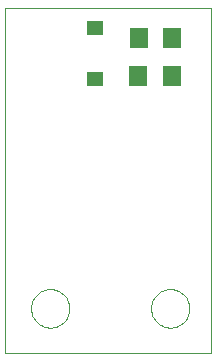
<source format=gbp>
G75*
G70*
%OFA0B0*%
%FSLAX24Y24*%
%IPPOS*%
%LPD*%
%AMOC8*
5,1,8,0,0,1.08239X$1,22.5*
%
%ADD10C,0.0000*%
%ADD11R,0.0630X0.0710*%
%ADD12R,0.0630X0.0709*%
%ADD13R,0.0579X0.0500*%
D10*
X000100Y001704D02*
X000100Y013200D01*
X006970Y013200D01*
X006970Y001704D01*
X000100Y001704D01*
X000960Y003204D02*
X000962Y003254D01*
X000968Y003304D01*
X000978Y003353D01*
X000991Y003402D01*
X001009Y003449D01*
X001030Y003495D01*
X001054Y003538D01*
X001082Y003580D01*
X001113Y003620D01*
X001147Y003657D01*
X001184Y003691D01*
X001224Y003722D01*
X001266Y003750D01*
X001309Y003774D01*
X001355Y003795D01*
X001402Y003813D01*
X001451Y003826D01*
X001500Y003836D01*
X001550Y003842D01*
X001600Y003844D01*
X001650Y003842D01*
X001700Y003836D01*
X001749Y003826D01*
X001798Y003813D01*
X001845Y003795D01*
X001891Y003774D01*
X001934Y003750D01*
X001976Y003722D01*
X002016Y003691D01*
X002053Y003657D01*
X002087Y003620D01*
X002118Y003580D01*
X002146Y003538D01*
X002170Y003495D01*
X002191Y003449D01*
X002209Y003402D01*
X002222Y003353D01*
X002232Y003304D01*
X002238Y003254D01*
X002240Y003204D01*
X002238Y003154D01*
X002232Y003104D01*
X002222Y003055D01*
X002209Y003006D01*
X002191Y002959D01*
X002170Y002913D01*
X002146Y002870D01*
X002118Y002828D01*
X002087Y002788D01*
X002053Y002751D01*
X002016Y002717D01*
X001976Y002686D01*
X001934Y002658D01*
X001891Y002634D01*
X001845Y002613D01*
X001798Y002595D01*
X001749Y002582D01*
X001700Y002572D01*
X001650Y002566D01*
X001600Y002564D01*
X001550Y002566D01*
X001500Y002572D01*
X001451Y002582D01*
X001402Y002595D01*
X001355Y002613D01*
X001309Y002634D01*
X001266Y002658D01*
X001224Y002686D01*
X001184Y002717D01*
X001147Y002751D01*
X001113Y002788D01*
X001082Y002828D01*
X001054Y002870D01*
X001030Y002913D01*
X001009Y002959D01*
X000991Y003006D01*
X000978Y003055D01*
X000968Y003104D01*
X000962Y003154D01*
X000960Y003204D01*
X004960Y003204D02*
X004962Y003254D01*
X004968Y003304D01*
X004978Y003353D01*
X004991Y003402D01*
X005009Y003449D01*
X005030Y003495D01*
X005054Y003538D01*
X005082Y003580D01*
X005113Y003620D01*
X005147Y003657D01*
X005184Y003691D01*
X005224Y003722D01*
X005266Y003750D01*
X005309Y003774D01*
X005355Y003795D01*
X005402Y003813D01*
X005451Y003826D01*
X005500Y003836D01*
X005550Y003842D01*
X005600Y003844D01*
X005650Y003842D01*
X005700Y003836D01*
X005749Y003826D01*
X005798Y003813D01*
X005845Y003795D01*
X005891Y003774D01*
X005934Y003750D01*
X005976Y003722D01*
X006016Y003691D01*
X006053Y003657D01*
X006087Y003620D01*
X006118Y003580D01*
X006146Y003538D01*
X006170Y003495D01*
X006191Y003449D01*
X006209Y003402D01*
X006222Y003353D01*
X006232Y003304D01*
X006238Y003254D01*
X006240Y003204D01*
X006238Y003154D01*
X006232Y003104D01*
X006222Y003055D01*
X006209Y003006D01*
X006191Y002959D01*
X006170Y002913D01*
X006146Y002870D01*
X006118Y002828D01*
X006087Y002788D01*
X006053Y002751D01*
X006016Y002717D01*
X005976Y002686D01*
X005934Y002658D01*
X005891Y002634D01*
X005845Y002613D01*
X005798Y002595D01*
X005749Y002582D01*
X005700Y002572D01*
X005650Y002566D01*
X005600Y002564D01*
X005550Y002566D01*
X005500Y002572D01*
X005451Y002582D01*
X005402Y002595D01*
X005355Y002613D01*
X005309Y002634D01*
X005266Y002658D01*
X005224Y002686D01*
X005184Y002717D01*
X005147Y002751D01*
X005113Y002788D01*
X005082Y002828D01*
X005054Y002870D01*
X005030Y002913D01*
X005009Y002959D01*
X004991Y003006D01*
X004978Y003055D01*
X004968Y003104D01*
X004962Y003154D01*
X004960Y003204D01*
D11*
X004540Y010954D03*
X005660Y010954D03*
D12*
X005651Y012204D03*
X004549Y012204D03*
D13*
X003100Y012550D03*
X003100Y010857D03*
M02*

</source>
